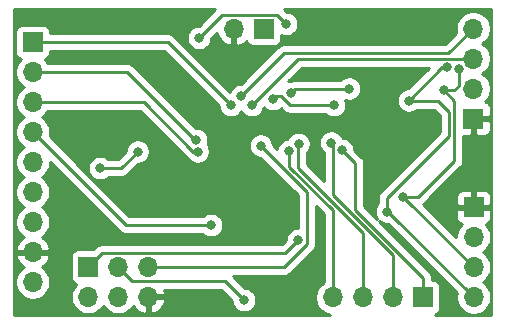
<source format=gbl>
%TF.GenerationSoftware,KiCad,Pcbnew,(5.1.6)-1*%
%TF.CreationDate,2021-02-06T14:44:40-06:00*%
%TF.ProjectId,Arduino_Clone,41726475-696e-46f5-9f43-6c6f6e652e6b,V 1.0*%
%TF.SameCoordinates,Original*%
%TF.FileFunction,Copper,L2,Bot*%
%TF.FilePolarity,Positive*%
%FSLAX46Y46*%
G04 Gerber Fmt 4.6, Leading zero omitted, Abs format (unit mm)*
G04 Created by KiCad (PCBNEW (5.1.6)-1) date 2021-02-06 14:44:40*
%MOMM*%
%LPD*%
G01*
G04 APERTURE LIST*
%TA.AperFunction,ComponentPad*%
%ADD10O,1.700000X1.700000*%
%TD*%
%TA.AperFunction,ComponentPad*%
%ADD11R,1.700000X1.700000*%
%TD*%
%TA.AperFunction,ViaPad*%
%ADD12C,0.800000*%
%TD*%
%TA.AperFunction,Conductor*%
%ADD13C,0.250000*%
%TD*%
%TA.AperFunction,Conductor*%
%ADD14C,0.254000*%
%TD*%
G04 APERTURE END LIST*
D10*
%TO.P,BT1,2*%
%TO.N,GND*%
X117983000Y-74168000D03*
D11*
%TO.P,BT1,1*%
%TO.N,/Vcc*%
X120523000Y-74168000D03*
%TD*%
%TO.P,J1,1*%
%TO.N,/D2*%
X100965000Y-75311000D03*
D10*
%TO.P,J1,2*%
%TO.N,/D3*%
X100965000Y-77851000D03*
%TO.P,J1,3*%
%TO.N,/D4*%
X100965000Y-80391000D03*
%TO.P,J1,4*%
%TO.N,/D5*%
X100965000Y-82931000D03*
%TO.P,J1,5*%
%TO.N,/D6*%
X100965000Y-85471000D03*
%TO.P,J1,6*%
%TO.N,/D7*%
X100965000Y-88011000D03*
%TO.P,J1,7*%
%TO.N,/D8*%
X100965000Y-90551000D03*
%TO.P,J1,8*%
%TO.N,GND*%
X100965000Y-93091000D03*
%TO.P,J1,9*%
%TO.N,/Vcc*%
X100965000Y-95631000D03*
%TD*%
D11*
%TO.P,J2,1*%
%TO.N,GND*%
X138253000Y-81788000D03*
D10*
%TO.P,J2,2*%
%TO.N,/Vcc*%
X138253000Y-79248000D03*
%TO.P,J2,3*%
%TO.N,/RX*%
X138253000Y-76708000D03*
%TO.P,J2,4*%
%TO.N,/TX*%
X138253000Y-74168000D03*
%TD*%
D11*
%TO.P,J3,1*%
%TO.N,/MISO*%
X105664000Y-94341000D03*
D10*
%TO.P,J3,2*%
%TO.N,/Vcc*%
X105664000Y-96881000D03*
%TO.P,J3,3*%
%TO.N,/SCK*%
X108204000Y-94341000D03*
%TO.P,J3,4*%
%TO.N,/MOSI*%
X108204000Y-96881000D03*
%TO.P,J3,5*%
%TO.N,/RESET*%
X110744000Y-94341000D03*
%TO.P,J3,6*%
%TO.N,GND*%
X110744000Y-96881000D03*
%TD*%
%TO.P,J4,4*%
%TO.N,/SCL*%
X138303000Y-96901000D03*
%TO.P,J4,3*%
%TO.N,/SDA*%
X138303000Y-94361000D03*
%TO.P,J4,2*%
%TO.N,/Vcc*%
X138303000Y-91821000D03*
D11*
%TO.P,J4,1*%
%TO.N,GND*%
X138303000Y-89281000D03*
%TD*%
%TO.P,J5,1*%
%TO.N,/A0*%
X133985000Y-96931000D03*
D10*
%TO.P,J5,2*%
%TO.N,/A1*%
X131445000Y-96931000D03*
%TO.P,J5,3*%
%TO.N,/A2*%
X128905000Y-96931000D03*
%TO.P,J5,4*%
%TO.N,/A3*%
X126365000Y-96931000D03*
%TD*%
D12*
%TO.N,Net-(C1-Pad1)*%
X106680000Y-85979000D03*
X109855000Y-84582000D03*
%TO.N,/SCK*%
X118872000Y-97155000D03*
%TO.N,/D2*%
X117729000Y-80645000D03*
%TO.N,/D3*%
X114793579Y-83592048D03*
%TO.N,/D4*%
X114935000Y-84582000D03*
%TO.N,/D5*%
X116078000Y-90805000D03*
%TO.N,/RX*%
X119507000Y-80645000D03*
%TO.N,/TX*%
X118618000Y-79883000D03*
%TO.N,/MISO*%
X123444000Y-92075000D03*
%TO.N,/RESET*%
X115062000Y-74952000D03*
X120269000Y-84074000D03*
X122412000Y-73771000D03*
%TO.N,/SDA*%
X135763000Y-79375000D03*
X137033000Y-77597000D03*
X132334000Y-88392000D03*
X127762000Y-79248000D03*
X122809000Y-79629000D03*
%TO.N,/A0*%
X127139000Y-84455000D03*
%TO.N,/A1*%
X126238000Y-83820000D03*
%TO.N,/A2*%
X123472693Y-83924784D03*
%TO.N,/A3*%
X122682000Y-84537000D03*
%TO.N,/SCL*%
X130937000Y-89662000D03*
X132805236Y-80264000D03*
X136017000Y-77433000D03*
X126489867Y-80645000D03*
X121283381Y-80135708D03*
%TD*%
D13*
%TO.N,Net-(C1-Pad1)*%
X106680000Y-85979000D02*
X108458000Y-85979000D01*
X108458000Y-85979000D02*
X109855000Y-84582000D01*
%TO.N,/SCK*%
X109379001Y-95516001D02*
X117233001Y-95516001D01*
X108204000Y-94341000D02*
X109379001Y-95516001D01*
X117233001Y-95516001D02*
X118872000Y-97155000D01*
%TO.N,/D2*%
X100965000Y-75311000D02*
X112395000Y-75311000D01*
X112395000Y-75311000D02*
X117729000Y-80645000D01*
%TO.N,/D3*%
X114793579Y-83678579D02*
X114793579Y-83592048D01*
X108966000Y-77851000D02*
X114793579Y-83678579D01*
X100965000Y-77851000D02*
X108966000Y-77851000D01*
%TO.N,/D4*%
X100965000Y-80391000D02*
X110363000Y-80391000D01*
X110363000Y-80391000D02*
X114554000Y-84582000D01*
X114554000Y-84582000D02*
X114935000Y-84582000D01*
%TO.N,/D5*%
X100965000Y-82931000D02*
X108839000Y-90805000D01*
X108839000Y-90805000D02*
X116078000Y-90805000D01*
%TO.N,/RX*%
X138253000Y-76708000D02*
X123444000Y-76708000D01*
X123444000Y-76708000D02*
X119507000Y-80645000D01*
%TO.N,/TX*%
X138253000Y-74168000D02*
X136163010Y-76257990D01*
X122243010Y-76257990D02*
X118618000Y-79883000D01*
X136163010Y-76257990D02*
X122243010Y-76257990D01*
%TO.N,/MISO*%
X122353001Y-93165999D02*
X123444000Y-92075000D01*
X106839001Y-93165999D02*
X122353001Y-93165999D01*
X105664000Y-94341000D02*
X106839001Y-93165999D01*
%TO.N,/RESET*%
X124169001Y-87974001D02*
X120269000Y-84074000D01*
X124169001Y-92423001D02*
X124169001Y-87974001D01*
X122251002Y-94341000D02*
X124169001Y-92423001D01*
X110744000Y-94341000D02*
X122251002Y-94341000D01*
X117021001Y-72992999D02*
X115062000Y-74952000D01*
X121633999Y-72992999D02*
X117021001Y-72992999D01*
X122412000Y-73771000D02*
X121633999Y-72992999D01*
%TO.N,/SDA*%
X137033000Y-77597000D02*
X137033000Y-78994000D01*
X136652000Y-79375000D02*
X135763000Y-79375000D01*
X137033000Y-78994000D02*
X136652000Y-79375000D01*
X138303000Y-94361000D02*
X132334000Y-88392000D01*
X132334000Y-88392000D02*
X132334000Y-88392000D01*
X132334000Y-88392000D02*
X133604000Y-88392000D01*
X133604000Y-88392000D02*
X136652000Y-85344000D01*
X136652000Y-80264000D02*
X135763000Y-79375000D01*
X136652000Y-85344000D02*
X136652000Y-80264000D01*
X127762000Y-79248000D02*
X123190000Y-79248000D01*
X123190000Y-79248000D02*
X122809000Y-79629000D01*
%TO.N,/A0*%
X127381000Y-84455000D02*
X127139000Y-84455000D01*
X133985000Y-96931000D02*
X133985000Y-95244360D01*
X133985000Y-95244360D02*
X128270000Y-89529360D01*
X128270000Y-85586000D02*
X127139000Y-84455000D01*
X128270000Y-89529360D02*
X128270000Y-85586000D01*
%TO.N,/A1*%
X131445000Y-96931000D02*
X131445000Y-93340770D01*
X131445000Y-93340770D02*
X129355009Y-91250779D01*
X129355009Y-91250779D02*
X126365000Y-88260770D01*
X126365000Y-88260770D02*
X126365000Y-83947000D01*
X126365000Y-83947000D02*
X126238000Y-83820000D01*
%TO.N,/A2*%
X128905000Y-96931000D02*
X128905000Y-91437180D01*
X128905000Y-91437180D02*
X123444000Y-85976180D01*
X123444000Y-85976180D02*
X123444000Y-83947000D01*
X123444000Y-83947000D02*
X123450477Y-83947000D01*
X123450477Y-83947000D02*
X123472693Y-83924784D01*
%TO.N,/A3*%
X122682000Y-85850590D02*
X122682000Y-84709000D01*
X126365000Y-89533590D02*
X122682000Y-85850590D01*
X122682000Y-84709000D02*
X122682000Y-84537000D01*
X126365000Y-96931000D02*
X126365000Y-89533590D01*
%TO.N,/SCL*%
X138303000Y-96901000D02*
X131064000Y-89662000D01*
X131064000Y-89662000D02*
X130937000Y-89662000D01*
X135255000Y-80264000D02*
X136201990Y-81210990D01*
X136201990Y-81210990D02*
X136201990Y-83254010D01*
X130937000Y-88519000D02*
X130937000Y-89662000D01*
X136201990Y-83254010D02*
X130937000Y-88519000D01*
X122751998Y-80645000D02*
X121989998Y-79883000D01*
X126489867Y-80645000D02*
X122751998Y-80645000D01*
X121989998Y-79883000D02*
X121536089Y-79883000D01*
X121536089Y-79883000D02*
X121283381Y-80135708D01*
X135636236Y-77433000D02*
X136017000Y-77433000D01*
X132805236Y-80264000D02*
X135636236Y-77433000D01*
X135255000Y-80264000D02*
X132805236Y-80264000D01*
%TD*%
D14*
%TO.N,GND*%
G36*
X115022199Y-73917000D02*
G01*
X114960061Y-73917000D01*
X114760102Y-73956774D01*
X114571744Y-74034795D01*
X114402226Y-74148063D01*
X114258063Y-74292226D01*
X114144795Y-74461744D01*
X114066774Y-74650102D01*
X114027000Y-74850061D01*
X114027000Y-75053939D01*
X114066774Y-75253898D01*
X114144795Y-75442256D01*
X114258063Y-75611774D01*
X114402226Y-75755937D01*
X114571744Y-75869205D01*
X114760102Y-75947226D01*
X114960061Y-75987000D01*
X115163939Y-75987000D01*
X115363898Y-75947226D01*
X115552256Y-75869205D01*
X115721774Y-75755937D01*
X115865937Y-75611774D01*
X115979205Y-75442256D01*
X116057226Y-75253898D01*
X116097000Y-75053939D01*
X116097000Y-74991801D01*
X116547382Y-74541419D01*
X116638843Y-74799252D01*
X116787822Y-75049355D01*
X116982731Y-75265588D01*
X117216080Y-75439641D01*
X117478901Y-75564825D01*
X117626110Y-75609476D01*
X117856000Y-75488155D01*
X117856000Y-74295000D01*
X117836000Y-74295000D01*
X117836000Y-74041000D01*
X117856000Y-74041000D01*
X117856000Y-74021000D01*
X118110000Y-74021000D01*
X118110000Y-74041000D01*
X118130000Y-74041000D01*
X118130000Y-74295000D01*
X118110000Y-74295000D01*
X118110000Y-75488155D01*
X118339890Y-75609476D01*
X118487099Y-75564825D01*
X118749920Y-75439641D01*
X118983269Y-75265588D01*
X119059034Y-75181534D01*
X119083498Y-75262180D01*
X119142463Y-75372494D01*
X119221815Y-75469185D01*
X119318506Y-75548537D01*
X119428820Y-75607502D01*
X119548518Y-75643812D01*
X119673000Y-75656072D01*
X121373000Y-75656072D01*
X121497482Y-75643812D01*
X121617180Y-75607502D01*
X121727494Y-75548537D01*
X121824185Y-75469185D01*
X121903537Y-75372494D01*
X121962502Y-75262180D01*
X121998812Y-75142482D01*
X122011072Y-75018000D01*
X122011072Y-74725206D01*
X122110102Y-74766226D01*
X122310061Y-74806000D01*
X122513939Y-74806000D01*
X122713898Y-74766226D01*
X122902256Y-74688205D01*
X123071774Y-74574937D01*
X123215937Y-74430774D01*
X123329205Y-74261256D01*
X123407226Y-74072898D01*
X123447000Y-73872939D01*
X123447000Y-73669061D01*
X123407226Y-73469102D01*
X123329205Y-73280744D01*
X123215937Y-73111226D01*
X123071774Y-72967063D01*
X122902256Y-72853795D01*
X122713898Y-72775774D01*
X122513939Y-72736000D01*
X122451801Y-72736000D01*
X122257801Y-72542000D01*
X139802001Y-72542000D01*
X139802000Y-98400000D01*
X134981938Y-98400000D01*
X135079180Y-98370502D01*
X135189494Y-98311537D01*
X135286185Y-98232185D01*
X135365537Y-98135494D01*
X135424502Y-98025180D01*
X135460812Y-97905482D01*
X135473072Y-97781000D01*
X135473072Y-96081000D01*
X135460812Y-95956518D01*
X135424502Y-95836820D01*
X135365537Y-95726506D01*
X135286185Y-95629815D01*
X135189494Y-95550463D01*
X135079180Y-95491498D01*
X134959482Y-95455188D01*
X134835000Y-95442928D01*
X134745000Y-95442928D01*
X134745000Y-95281693D01*
X134748677Y-95244360D01*
X134734003Y-95095374D01*
X134690546Y-94952113D01*
X134619974Y-94820084D01*
X134548799Y-94733357D01*
X134525001Y-94704359D01*
X134496003Y-94680561D01*
X130289739Y-90474298D01*
X130446744Y-90579205D01*
X130635102Y-90657226D01*
X130835061Y-90697000D01*
X131024199Y-90697000D01*
X136861790Y-96534592D01*
X136818000Y-96754740D01*
X136818000Y-97047260D01*
X136875068Y-97334158D01*
X136987010Y-97604411D01*
X137149525Y-97847632D01*
X137356368Y-98054475D01*
X137599589Y-98216990D01*
X137869842Y-98328932D01*
X138156740Y-98386000D01*
X138449260Y-98386000D01*
X138736158Y-98328932D01*
X139006411Y-98216990D01*
X139249632Y-98054475D01*
X139456475Y-97847632D01*
X139618990Y-97604411D01*
X139730932Y-97334158D01*
X139788000Y-97047260D01*
X139788000Y-96754740D01*
X139730932Y-96467842D01*
X139618990Y-96197589D01*
X139456475Y-95954368D01*
X139249632Y-95747525D01*
X139075240Y-95631000D01*
X139249632Y-95514475D01*
X139456475Y-95307632D01*
X139618990Y-95064411D01*
X139730932Y-94794158D01*
X139788000Y-94507260D01*
X139788000Y-94214740D01*
X139730932Y-93927842D01*
X139618990Y-93657589D01*
X139456475Y-93414368D01*
X139249632Y-93207525D01*
X139075240Y-93091000D01*
X139249632Y-92974475D01*
X139456475Y-92767632D01*
X139618990Y-92524411D01*
X139730932Y-92254158D01*
X139788000Y-91967260D01*
X139788000Y-91674740D01*
X139730932Y-91387842D01*
X139618990Y-91117589D01*
X139456475Y-90874368D01*
X139324620Y-90742513D01*
X139397180Y-90720502D01*
X139507494Y-90661537D01*
X139604185Y-90582185D01*
X139683537Y-90485494D01*
X139742502Y-90375180D01*
X139778812Y-90255482D01*
X139791072Y-90131000D01*
X139788000Y-89566750D01*
X139629250Y-89408000D01*
X138430000Y-89408000D01*
X138430000Y-89428000D01*
X138176000Y-89428000D01*
X138176000Y-89408000D01*
X136976750Y-89408000D01*
X136818000Y-89566750D01*
X136814928Y-90131000D01*
X136827188Y-90255482D01*
X136863498Y-90375180D01*
X136922463Y-90485494D01*
X137001815Y-90582185D01*
X137098506Y-90661537D01*
X137208820Y-90720502D01*
X137281380Y-90742513D01*
X137149525Y-90874368D01*
X136987010Y-91117589D01*
X136875068Y-91387842D01*
X136818000Y-91674740D01*
X136818000Y-91801198D01*
X134036789Y-89019988D01*
X134144001Y-88932001D01*
X134167804Y-88902997D01*
X134639801Y-88431000D01*
X136814928Y-88431000D01*
X136818000Y-88995250D01*
X136976750Y-89154000D01*
X138176000Y-89154000D01*
X138176000Y-87954750D01*
X138430000Y-87954750D01*
X138430000Y-89154000D01*
X139629250Y-89154000D01*
X139788000Y-88995250D01*
X139791072Y-88431000D01*
X139778812Y-88306518D01*
X139742502Y-88186820D01*
X139683537Y-88076506D01*
X139604185Y-87979815D01*
X139507494Y-87900463D01*
X139397180Y-87841498D01*
X139277482Y-87805188D01*
X139153000Y-87792928D01*
X138588750Y-87796000D01*
X138430000Y-87954750D01*
X138176000Y-87954750D01*
X138017250Y-87796000D01*
X137453000Y-87792928D01*
X137328518Y-87805188D01*
X137208820Y-87841498D01*
X137098506Y-87900463D01*
X137001815Y-87979815D01*
X136922463Y-88076506D01*
X136863498Y-88186820D01*
X136827188Y-88306518D01*
X136814928Y-88431000D01*
X134639801Y-88431000D01*
X137163004Y-85907798D01*
X137192001Y-85884001D01*
X137236307Y-85830014D01*
X137286974Y-85768277D01*
X137357546Y-85636247D01*
X137357546Y-85636246D01*
X137401003Y-85492986D01*
X137412000Y-85381333D01*
X137412000Y-85381323D01*
X137415676Y-85344000D01*
X137412000Y-85306677D01*
X137412000Y-83276023D01*
X137967250Y-83273000D01*
X138126000Y-83114250D01*
X138126000Y-81915000D01*
X138380000Y-81915000D01*
X138380000Y-83114250D01*
X138538750Y-83273000D01*
X139103000Y-83276072D01*
X139227482Y-83263812D01*
X139347180Y-83227502D01*
X139457494Y-83168537D01*
X139554185Y-83089185D01*
X139633537Y-82992494D01*
X139692502Y-82882180D01*
X139728812Y-82762482D01*
X139741072Y-82638000D01*
X139738000Y-82073750D01*
X139579250Y-81915000D01*
X138380000Y-81915000D01*
X138126000Y-81915000D01*
X138106000Y-81915000D01*
X138106000Y-81661000D01*
X138126000Y-81661000D01*
X138126000Y-81641000D01*
X138380000Y-81641000D01*
X138380000Y-81661000D01*
X139579250Y-81661000D01*
X139738000Y-81502250D01*
X139741072Y-80938000D01*
X139728812Y-80813518D01*
X139692502Y-80693820D01*
X139633537Y-80583506D01*
X139554185Y-80486815D01*
X139457494Y-80407463D01*
X139347180Y-80348498D01*
X139274620Y-80326487D01*
X139406475Y-80194632D01*
X139568990Y-79951411D01*
X139680932Y-79681158D01*
X139738000Y-79394260D01*
X139738000Y-79101740D01*
X139680932Y-78814842D01*
X139568990Y-78544589D01*
X139406475Y-78301368D01*
X139199632Y-78094525D01*
X139025240Y-77978000D01*
X139199632Y-77861475D01*
X139406475Y-77654632D01*
X139568990Y-77411411D01*
X139680932Y-77141158D01*
X139738000Y-76854260D01*
X139738000Y-76561740D01*
X139680932Y-76274842D01*
X139568990Y-76004589D01*
X139406475Y-75761368D01*
X139199632Y-75554525D01*
X139025240Y-75438000D01*
X139199632Y-75321475D01*
X139406475Y-75114632D01*
X139568990Y-74871411D01*
X139680932Y-74601158D01*
X139738000Y-74314260D01*
X139738000Y-74021740D01*
X139680932Y-73734842D01*
X139568990Y-73464589D01*
X139406475Y-73221368D01*
X139199632Y-73014525D01*
X138956411Y-72852010D01*
X138686158Y-72740068D01*
X138399260Y-72683000D01*
X138106740Y-72683000D01*
X137819842Y-72740068D01*
X137549589Y-72852010D01*
X137306368Y-73014525D01*
X137099525Y-73221368D01*
X136937010Y-73464589D01*
X136825068Y-73734842D01*
X136768000Y-74021740D01*
X136768000Y-74314260D01*
X136811790Y-74534408D01*
X135848209Y-75497990D01*
X122280332Y-75497990D01*
X122243009Y-75494314D01*
X122205686Y-75497990D01*
X122205677Y-75497990D01*
X122094024Y-75508987D01*
X121950763Y-75552444D01*
X121818734Y-75623016D01*
X121703009Y-75717989D01*
X121679211Y-75746987D01*
X118578199Y-78848000D01*
X118516061Y-78848000D01*
X118316102Y-78887774D01*
X118127744Y-78965795D01*
X117958226Y-79079063D01*
X117814063Y-79223226D01*
X117700795Y-79392744D01*
X117657081Y-79498279D01*
X112958804Y-74800003D01*
X112935001Y-74770999D01*
X112819276Y-74676026D01*
X112687247Y-74605454D01*
X112543986Y-74561997D01*
X112432333Y-74551000D01*
X112432322Y-74551000D01*
X112395000Y-74547324D01*
X112357678Y-74551000D01*
X102453072Y-74551000D01*
X102453072Y-74461000D01*
X102440812Y-74336518D01*
X102404502Y-74216820D01*
X102345537Y-74106506D01*
X102266185Y-74009815D01*
X102169494Y-73930463D01*
X102059180Y-73871498D01*
X101939482Y-73835188D01*
X101815000Y-73822928D01*
X100115000Y-73822928D01*
X99990518Y-73835188D01*
X99870820Y-73871498D01*
X99760506Y-73930463D01*
X99663815Y-74009815D01*
X99584463Y-74106506D01*
X99525498Y-74216820D01*
X99489188Y-74336518D01*
X99476928Y-74461000D01*
X99476928Y-76161000D01*
X99489188Y-76285482D01*
X99525498Y-76405180D01*
X99584463Y-76515494D01*
X99663815Y-76612185D01*
X99760506Y-76691537D01*
X99870820Y-76750502D01*
X99943380Y-76772513D01*
X99811525Y-76904368D01*
X99649010Y-77147589D01*
X99537068Y-77417842D01*
X99480000Y-77704740D01*
X99480000Y-77997260D01*
X99537068Y-78284158D01*
X99649010Y-78554411D01*
X99811525Y-78797632D01*
X100018368Y-79004475D01*
X100192760Y-79121000D01*
X100018368Y-79237525D01*
X99811525Y-79444368D01*
X99649010Y-79687589D01*
X99537068Y-79957842D01*
X99480000Y-80244740D01*
X99480000Y-80537260D01*
X99537068Y-80824158D01*
X99649010Y-81094411D01*
X99811525Y-81337632D01*
X100018368Y-81544475D01*
X100192760Y-81661000D01*
X100018368Y-81777525D01*
X99811525Y-81984368D01*
X99649010Y-82227589D01*
X99537068Y-82497842D01*
X99480000Y-82784740D01*
X99480000Y-83077260D01*
X99537068Y-83364158D01*
X99649010Y-83634411D01*
X99811525Y-83877632D01*
X100018368Y-84084475D01*
X100192760Y-84201000D01*
X100018368Y-84317525D01*
X99811525Y-84524368D01*
X99649010Y-84767589D01*
X99537068Y-85037842D01*
X99480000Y-85324740D01*
X99480000Y-85617260D01*
X99537068Y-85904158D01*
X99649010Y-86174411D01*
X99811525Y-86417632D01*
X100018368Y-86624475D01*
X100192760Y-86741000D01*
X100018368Y-86857525D01*
X99811525Y-87064368D01*
X99649010Y-87307589D01*
X99537068Y-87577842D01*
X99480000Y-87864740D01*
X99480000Y-88157260D01*
X99537068Y-88444158D01*
X99649010Y-88714411D01*
X99811525Y-88957632D01*
X100018368Y-89164475D01*
X100192760Y-89281000D01*
X100018368Y-89397525D01*
X99811525Y-89604368D01*
X99649010Y-89847589D01*
X99537068Y-90117842D01*
X99480000Y-90404740D01*
X99480000Y-90697260D01*
X99537068Y-90984158D01*
X99649010Y-91254411D01*
X99811525Y-91497632D01*
X100018368Y-91704475D01*
X100200534Y-91826195D01*
X100083645Y-91895822D01*
X99867412Y-92090731D01*
X99693359Y-92324080D01*
X99568175Y-92586901D01*
X99523524Y-92734110D01*
X99644845Y-92964000D01*
X100838000Y-92964000D01*
X100838000Y-92944000D01*
X101092000Y-92944000D01*
X101092000Y-92964000D01*
X102285155Y-92964000D01*
X102406476Y-92734110D01*
X102361825Y-92586901D01*
X102236641Y-92324080D01*
X102062588Y-92090731D01*
X101846355Y-91895822D01*
X101729466Y-91826195D01*
X101911632Y-91704475D01*
X102118475Y-91497632D01*
X102280990Y-91254411D01*
X102392932Y-90984158D01*
X102450000Y-90697260D01*
X102450000Y-90404740D01*
X102392932Y-90117842D01*
X102280990Y-89847589D01*
X102118475Y-89604368D01*
X101911632Y-89397525D01*
X101737240Y-89281000D01*
X101911632Y-89164475D01*
X102118475Y-88957632D01*
X102280990Y-88714411D01*
X102392932Y-88444158D01*
X102450000Y-88157260D01*
X102450000Y-87864740D01*
X102392932Y-87577842D01*
X102280990Y-87307589D01*
X102118475Y-87064368D01*
X101911632Y-86857525D01*
X101737240Y-86741000D01*
X101911632Y-86624475D01*
X102118475Y-86417632D01*
X102280990Y-86174411D01*
X102392932Y-85904158D01*
X102450000Y-85617260D01*
X102450000Y-85490801D01*
X108275201Y-91316003D01*
X108298999Y-91345001D01*
X108327997Y-91368799D01*
X108414724Y-91439974D01*
X108546753Y-91510546D01*
X108690014Y-91554003D01*
X108839000Y-91568677D01*
X108876333Y-91565000D01*
X115374289Y-91565000D01*
X115418226Y-91608937D01*
X115587744Y-91722205D01*
X115776102Y-91800226D01*
X115976061Y-91840000D01*
X116179939Y-91840000D01*
X116379898Y-91800226D01*
X116568256Y-91722205D01*
X116737774Y-91608937D01*
X116881937Y-91464774D01*
X116995205Y-91295256D01*
X117073226Y-91106898D01*
X117113000Y-90906939D01*
X117113000Y-90703061D01*
X117073226Y-90503102D01*
X116995205Y-90314744D01*
X116881937Y-90145226D01*
X116737774Y-90001063D01*
X116568256Y-89887795D01*
X116379898Y-89809774D01*
X116179939Y-89770000D01*
X115976061Y-89770000D01*
X115776102Y-89809774D01*
X115587744Y-89887795D01*
X115418226Y-90001063D01*
X115374289Y-90045000D01*
X109153802Y-90045000D01*
X104985863Y-85877061D01*
X105645000Y-85877061D01*
X105645000Y-86080939D01*
X105684774Y-86280898D01*
X105762795Y-86469256D01*
X105876063Y-86638774D01*
X106020226Y-86782937D01*
X106189744Y-86896205D01*
X106378102Y-86974226D01*
X106578061Y-87014000D01*
X106781939Y-87014000D01*
X106981898Y-86974226D01*
X107170256Y-86896205D01*
X107339774Y-86782937D01*
X107383711Y-86739000D01*
X108420678Y-86739000D01*
X108458000Y-86742676D01*
X108495322Y-86739000D01*
X108495333Y-86739000D01*
X108606986Y-86728003D01*
X108750247Y-86684546D01*
X108882276Y-86613974D01*
X108998001Y-86519001D01*
X109021804Y-86489997D01*
X109894802Y-85617000D01*
X109956939Y-85617000D01*
X110156898Y-85577226D01*
X110345256Y-85499205D01*
X110514774Y-85385937D01*
X110658937Y-85241774D01*
X110772205Y-85072256D01*
X110850226Y-84883898D01*
X110890000Y-84683939D01*
X110890000Y-84480061D01*
X110850226Y-84280102D01*
X110772205Y-84091744D01*
X110658937Y-83922226D01*
X110514774Y-83778063D01*
X110345256Y-83664795D01*
X110156898Y-83586774D01*
X109956939Y-83547000D01*
X109753061Y-83547000D01*
X109553102Y-83586774D01*
X109364744Y-83664795D01*
X109195226Y-83778063D01*
X109051063Y-83922226D01*
X108937795Y-84091744D01*
X108859774Y-84280102D01*
X108820000Y-84480061D01*
X108820000Y-84542198D01*
X108143199Y-85219000D01*
X107383711Y-85219000D01*
X107339774Y-85175063D01*
X107170256Y-85061795D01*
X106981898Y-84983774D01*
X106781939Y-84944000D01*
X106578061Y-84944000D01*
X106378102Y-84983774D01*
X106189744Y-85061795D01*
X106020226Y-85175063D01*
X105876063Y-85319226D01*
X105762795Y-85488744D01*
X105684774Y-85677102D01*
X105645000Y-85877061D01*
X104985863Y-85877061D01*
X102406209Y-83297408D01*
X102450000Y-83077260D01*
X102450000Y-82784740D01*
X102392932Y-82497842D01*
X102280990Y-82227589D01*
X102118475Y-81984368D01*
X101911632Y-81777525D01*
X101737240Y-81661000D01*
X101911632Y-81544475D01*
X102118475Y-81337632D01*
X102243178Y-81151000D01*
X110048199Y-81151000D01*
X113990201Y-85093003D01*
X114013999Y-85122001D01*
X114042997Y-85145799D01*
X114095999Y-85189297D01*
X114131063Y-85241774D01*
X114275226Y-85385937D01*
X114444744Y-85499205D01*
X114633102Y-85577226D01*
X114833061Y-85617000D01*
X115036939Y-85617000D01*
X115236898Y-85577226D01*
X115425256Y-85499205D01*
X115594774Y-85385937D01*
X115738937Y-85241774D01*
X115852205Y-85072256D01*
X115930226Y-84883898D01*
X115970000Y-84683939D01*
X115970000Y-84480061D01*
X115930226Y-84280102D01*
X115852205Y-84091744D01*
X115762490Y-83957476D01*
X115788805Y-83893946D01*
X115828579Y-83693987D01*
X115828579Y-83490109D01*
X115788805Y-83290150D01*
X115710784Y-83101792D01*
X115597516Y-82932274D01*
X115453353Y-82788111D01*
X115283835Y-82674843D01*
X115095477Y-82596822D01*
X114895518Y-82557048D01*
X114746850Y-82557048D01*
X109529804Y-77340003D01*
X109506001Y-77310999D01*
X109390276Y-77216026D01*
X109258247Y-77145454D01*
X109114986Y-77101997D01*
X109003333Y-77091000D01*
X109003322Y-77091000D01*
X108966000Y-77087324D01*
X108928678Y-77091000D01*
X102243178Y-77091000D01*
X102118475Y-76904368D01*
X101986620Y-76772513D01*
X102059180Y-76750502D01*
X102169494Y-76691537D01*
X102266185Y-76612185D01*
X102345537Y-76515494D01*
X102404502Y-76405180D01*
X102440812Y-76285482D01*
X102453072Y-76161000D01*
X102453072Y-76071000D01*
X112080199Y-76071000D01*
X116694000Y-80684802D01*
X116694000Y-80746939D01*
X116733774Y-80946898D01*
X116811795Y-81135256D01*
X116925063Y-81304774D01*
X117069226Y-81448937D01*
X117238744Y-81562205D01*
X117427102Y-81640226D01*
X117627061Y-81680000D01*
X117830939Y-81680000D01*
X118030898Y-81640226D01*
X118219256Y-81562205D01*
X118388774Y-81448937D01*
X118532937Y-81304774D01*
X118618000Y-81177468D01*
X118703063Y-81304774D01*
X118847226Y-81448937D01*
X119016744Y-81562205D01*
X119205102Y-81640226D01*
X119405061Y-81680000D01*
X119608939Y-81680000D01*
X119808898Y-81640226D01*
X119997256Y-81562205D01*
X120166774Y-81448937D01*
X120310937Y-81304774D01*
X120424205Y-81135256D01*
X120502226Y-80946898D01*
X120523568Y-80839606D01*
X120623607Y-80939645D01*
X120793125Y-81052913D01*
X120981483Y-81130934D01*
X121181442Y-81170708D01*
X121385320Y-81170708D01*
X121585279Y-81130934D01*
X121773637Y-81052913D01*
X121943155Y-80939645D01*
X121957498Y-80925302D01*
X122188199Y-81156002D01*
X122211997Y-81185001D01*
X122327722Y-81279974D01*
X122459751Y-81350546D01*
X122603012Y-81394003D01*
X122714665Y-81405000D01*
X122714673Y-81405000D01*
X122751998Y-81408676D01*
X122789323Y-81405000D01*
X125786156Y-81405000D01*
X125830093Y-81448937D01*
X125999611Y-81562205D01*
X126187969Y-81640226D01*
X126387928Y-81680000D01*
X126591806Y-81680000D01*
X126791765Y-81640226D01*
X126980123Y-81562205D01*
X127149641Y-81448937D01*
X127293804Y-81304774D01*
X127407072Y-81135256D01*
X127485093Y-80946898D01*
X127524867Y-80746939D01*
X127524867Y-80543061D01*
X127485093Y-80343102D01*
X127440330Y-80235036D01*
X127460102Y-80243226D01*
X127660061Y-80283000D01*
X127863939Y-80283000D01*
X128063898Y-80243226D01*
X128252256Y-80165205D01*
X128421774Y-80051937D01*
X128565937Y-79907774D01*
X128679205Y-79738256D01*
X128757226Y-79549898D01*
X128797000Y-79349939D01*
X128797000Y-79146061D01*
X128757226Y-78946102D01*
X128679205Y-78757744D01*
X128565937Y-78588226D01*
X128421774Y-78444063D01*
X128252256Y-78330795D01*
X128063898Y-78252774D01*
X127863939Y-78213000D01*
X127660061Y-78213000D01*
X127460102Y-78252774D01*
X127271744Y-78330795D01*
X127102226Y-78444063D01*
X127058289Y-78488000D01*
X123227322Y-78488000D01*
X123189999Y-78484324D01*
X123152676Y-78488000D01*
X123152667Y-78488000D01*
X123041014Y-78498997D01*
X122897753Y-78542454D01*
X122801319Y-78594000D01*
X122707061Y-78594000D01*
X122614363Y-78612439D01*
X123758802Y-77468000D01*
X134526434Y-77468000D01*
X132765435Y-79229000D01*
X132703297Y-79229000D01*
X132503338Y-79268774D01*
X132314980Y-79346795D01*
X132145462Y-79460063D01*
X132001299Y-79604226D01*
X131888031Y-79773744D01*
X131810010Y-79962102D01*
X131770236Y-80162061D01*
X131770236Y-80365939D01*
X131810010Y-80565898D01*
X131888031Y-80754256D01*
X132001299Y-80923774D01*
X132145462Y-81067937D01*
X132314980Y-81181205D01*
X132503338Y-81259226D01*
X132703297Y-81299000D01*
X132907175Y-81299000D01*
X133107134Y-81259226D01*
X133295492Y-81181205D01*
X133465010Y-81067937D01*
X133508947Y-81024000D01*
X134940199Y-81024000D01*
X135441990Y-81525792D01*
X135441991Y-82939207D01*
X130426003Y-87955196D01*
X130396999Y-87978999D01*
X130341871Y-88046174D01*
X130302026Y-88094724D01*
X130292907Y-88111785D01*
X130231454Y-88226754D01*
X130187997Y-88370015D01*
X130177000Y-88481668D01*
X130177000Y-88481678D01*
X130173324Y-88519000D01*
X130177000Y-88556323D01*
X130177000Y-88958289D01*
X130133063Y-89002226D01*
X130019795Y-89171744D01*
X129941774Y-89360102D01*
X129902000Y-89560061D01*
X129902000Y-89763939D01*
X129941774Y-89963898D01*
X130019795Y-90152256D01*
X130124702Y-90309261D01*
X129030000Y-89214559D01*
X129030000Y-85623333D01*
X129033677Y-85586000D01*
X129019003Y-85437014D01*
X128975546Y-85293753D01*
X128904974Y-85161724D01*
X128833799Y-85074997D01*
X128810001Y-85045999D01*
X128781003Y-85022201D01*
X128174000Y-84415199D01*
X128174000Y-84353061D01*
X128134226Y-84153102D01*
X128056205Y-83964744D01*
X127942937Y-83795226D01*
X127798774Y-83651063D01*
X127629256Y-83537795D01*
X127440898Y-83459774D01*
X127240939Y-83420000D01*
X127192591Y-83420000D01*
X127155205Y-83329744D01*
X127041937Y-83160226D01*
X126897774Y-83016063D01*
X126728256Y-82902795D01*
X126539898Y-82824774D01*
X126339939Y-82785000D01*
X126136061Y-82785000D01*
X125936102Y-82824774D01*
X125747744Y-82902795D01*
X125578226Y-83016063D01*
X125434063Y-83160226D01*
X125320795Y-83329744D01*
X125242774Y-83518102D01*
X125203000Y-83718061D01*
X125203000Y-83921939D01*
X125242774Y-84121898D01*
X125320795Y-84310256D01*
X125434063Y-84479774D01*
X125578226Y-84623937D01*
X125605001Y-84641827D01*
X125605000Y-87062379D01*
X124204000Y-85661379D01*
X124204000Y-84657188D01*
X124276630Y-84584558D01*
X124389898Y-84415040D01*
X124467919Y-84226682D01*
X124507693Y-84026723D01*
X124507693Y-83822845D01*
X124467919Y-83622886D01*
X124389898Y-83434528D01*
X124276630Y-83265010D01*
X124132467Y-83120847D01*
X123962949Y-83007579D01*
X123774591Y-82929558D01*
X123574632Y-82889784D01*
X123370754Y-82889784D01*
X123170795Y-82929558D01*
X122982437Y-83007579D01*
X122812919Y-83120847D01*
X122668756Y-83265010D01*
X122555488Y-83434528D01*
X122522824Y-83513385D01*
X122380102Y-83541774D01*
X122191744Y-83619795D01*
X122022226Y-83733063D01*
X121878063Y-83877226D01*
X121764795Y-84046744D01*
X121686774Y-84235102D01*
X121656600Y-84386799D01*
X121304000Y-84034199D01*
X121304000Y-83972061D01*
X121264226Y-83772102D01*
X121186205Y-83583744D01*
X121072937Y-83414226D01*
X120928774Y-83270063D01*
X120759256Y-83156795D01*
X120570898Y-83078774D01*
X120370939Y-83039000D01*
X120167061Y-83039000D01*
X119967102Y-83078774D01*
X119778744Y-83156795D01*
X119609226Y-83270063D01*
X119465063Y-83414226D01*
X119351795Y-83583744D01*
X119273774Y-83772102D01*
X119234000Y-83972061D01*
X119234000Y-84175939D01*
X119273774Y-84375898D01*
X119351795Y-84564256D01*
X119465063Y-84733774D01*
X119609226Y-84877937D01*
X119778744Y-84991205D01*
X119967102Y-85069226D01*
X120167061Y-85109000D01*
X120229199Y-85109000D01*
X123409002Y-88288804D01*
X123409001Y-91040000D01*
X123342061Y-91040000D01*
X123142102Y-91079774D01*
X122953744Y-91157795D01*
X122784226Y-91271063D01*
X122640063Y-91415226D01*
X122526795Y-91584744D01*
X122448774Y-91773102D01*
X122409000Y-91973061D01*
X122409000Y-92035198D01*
X122038200Y-92405999D01*
X106876323Y-92405999D01*
X106839000Y-92402323D01*
X106801677Y-92405999D01*
X106801668Y-92405999D01*
X106690015Y-92416996D01*
X106546754Y-92460453D01*
X106414725Y-92531025D01*
X106299000Y-92625998D01*
X106275202Y-92654996D01*
X106077270Y-92852928D01*
X104814000Y-92852928D01*
X104689518Y-92865188D01*
X104569820Y-92901498D01*
X104459506Y-92960463D01*
X104362815Y-93039815D01*
X104283463Y-93136506D01*
X104224498Y-93246820D01*
X104188188Y-93366518D01*
X104175928Y-93491000D01*
X104175928Y-95191000D01*
X104188188Y-95315482D01*
X104224498Y-95435180D01*
X104283463Y-95545494D01*
X104362815Y-95642185D01*
X104459506Y-95721537D01*
X104569820Y-95780502D01*
X104642380Y-95802513D01*
X104510525Y-95934368D01*
X104348010Y-96177589D01*
X104236068Y-96447842D01*
X104179000Y-96734740D01*
X104179000Y-97027260D01*
X104236068Y-97314158D01*
X104348010Y-97584411D01*
X104510525Y-97827632D01*
X104717368Y-98034475D01*
X104960589Y-98196990D01*
X105230842Y-98308932D01*
X105517740Y-98366000D01*
X105810260Y-98366000D01*
X106097158Y-98308932D01*
X106367411Y-98196990D01*
X106610632Y-98034475D01*
X106817475Y-97827632D01*
X106934000Y-97653240D01*
X107050525Y-97827632D01*
X107257368Y-98034475D01*
X107500589Y-98196990D01*
X107770842Y-98308932D01*
X108057740Y-98366000D01*
X108350260Y-98366000D01*
X108637158Y-98308932D01*
X108907411Y-98196990D01*
X109150632Y-98034475D01*
X109357475Y-97827632D01*
X109479195Y-97645466D01*
X109548822Y-97762355D01*
X109743731Y-97978588D01*
X109977080Y-98152641D01*
X110239901Y-98277825D01*
X110387110Y-98322476D01*
X110617000Y-98201155D01*
X110617000Y-97008000D01*
X110871000Y-97008000D01*
X110871000Y-98201155D01*
X111100890Y-98322476D01*
X111248099Y-98277825D01*
X111510920Y-98152641D01*
X111744269Y-97978588D01*
X111939178Y-97762355D01*
X112088157Y-97512252D01*
X112185481Y-97237891D01*
X112064814Y-97008000D01*
X110871000Y-97008000D01*
X110617000Y-97008000D01*
X110597000Y-97008000D01*
X110597000Y-96754000D01*
X110617000Y-96754000D01*
X110617000Y-96734000D01*
X110871000Y-96734000D01*
X110871000Y-96754000D01*
X112064814Y-96754000D01*
X112185481Y-96524109D01*
X112097470Y-96276001D01*
X116918200Y-96276001D01*
X117837000Y-97194802D01*
X117837000Y-97256939D01*
X117876774Y-97456898D01*
X117954795Y-97645256D01*
X118068063Y-97814774D01*
X118212226Y-97958937D01*
X118381744Y-98072205D01*
X118570102Y-98150226D01*
X118770061Y-98190000D01*
X118973939Y-98190000D01*
X119173898Y-98150226D01*
X119362256Y-98072205D01*
X119531774Y-97958937D01*
X119675937Y-97814774D01*
X119789205Y-97645256D01*
X119867226Y-97456898D01*
X119907000Y-97256939D01*
X119907000Y-97053061D01*
X119867226Y-96853102D01*
X119789205Y-96664744D01*
X119675937Y-96495226D01*
X119531774Y-96351063D01*
X119362256Y-96237795D01*
X119173898Y-96159774D01*
X118973939Y-96120000D01*
X118911802Y-96120000D01*
X117892801Y-95101000D01*
X122213680Y-95101000D01*
X122251002Y-95104676D01*
X122288324Y-95101000D01*
X122288335Y-95101000D01*
X122399988Y-95090003D01*
X122543249Y-95046546D01*
X122675278Y-94975974D01*
X122791003Y-94881001D01*
X122814806Y-94851997D01*
X124680005Y-92986799D01*
X124709002Y-92963002D01*
X124803975Y-92847277D01*
X124874547Y-92715248D01*
X124918004Y-92571987D01*
X124929001Y-92460334D01*
X124929001Y-92460325D01*
X124932677Y-92423002D01*
X124929001Y-92385679D01*
X124929001Y-89172393D01*
X125605001Y-89848393D01*
X125605000Y-95652821D01*
X125418368Y-95777525D01*
X125211525Y-95984368D01*
X125049010Y-96227589D01*
X124937068Y-96497842D01*
X124880000Y-96784740D01*
X124880000Y-97077260D01*
X124937068Y-97364158D01*
X125049010Y-97634411D01*
X125211525Y-97877632D01*
X125418368Y-98084475D01*
X125661589Y-98246990D01*
X125931842Y-98358932D01*
X126138303Y-98400000D01*
X99339000Y-98400000D01*
X99339000Y-95484740D01*
X99480000Y-95484740D01*
X99480000Y-95777260D01*
X99537068Y-96064158D01*
X99649010Y-96334411D01*
X99811525Y-96577632D01*
X100018368Y-96784475D01*
X100261589Y-96946990D01*
X100531842Y-97058932D01*
X100818740Y-97116000D01*
X101111260Y-97116000D01*
X101398158Y-97058932D01*
X101668411Y-96946990D01*
X101911632Y-96784475D01*
X102118475Y-96577632D01*
X102280990Y-96334411D01*
X102392932Y-96064158D01*
X102450000Y-95777260D01*
X102450000Y-95484740D01*
X102392932Y-95197842D01*
X102280990Y-94927589D01*
X102118475Y-94684368D01*
X101911632Y-94477525D01*
X101729466Y-94355805D01*
X101846355Y-94286178D01*
X102062588Y-94091269D01*
X102236641Y-93857920D01*
X102361825Y-93595099D01*
X102406476Y-93447890D01*
X102285155Y-93218000D01*
X101092000Y-93218000D01*
X101092000Y-93238000D01*
X100838000Y-93238000D01*
X100838000Y-93218000D01*
X99644845Y-93218000D01*
X99523524Y-93447890D01*
X99568175Y-93595099D01*
X99693359Y-93857920D01*
X99867412Y-94091269D01*
X100083645Y-94286178D01*
X100200534Y-94355805D01*
X100018368Y-94477525D01*
X99811525Y-94684368D01*
X99649010Y-94927589D01*
X99537068Y-95197842D01*
X99480000Y-95484740D01*
X99339000Y-95484740D01*
X99339000Y-72542000D01*
X116397198Y-72542000D01*
X115022199Y-73917000D01*
G37*
X115022199Y-73917000D02*
X114960061Y-73917000D01*
X114760102Y-73956774D01*
X114571744Y-74034795D01*
X114402226Y-74148063D01*
X114258063Y-74292226D01*
X114144795Y-74461744D01*
X114066774Y-74650102D01*
X114027000Y-74850061D01*
X114027000Y-75053939D01*
X114066774Y-75253898D01*
X114144795Y-75442256D01*
X114258063Y-75611774D01*
X114402226Y-75755937D01*
X114571744Y-75869205D01*
X114760102Y-75947226D01*
X114960061Y-75987000D01*
X115163939Y-75987000D01*
X115363898Y-75947226D01*
X115552256Y-75869205D01*
X115721774Y-75755937D01*
X115865937Y-75611774D01*
X115979205Y-75442256D01*
X116057226Y-75253898D01*
X116097000Y-75053939D01*
X116097000Y-74991801D01*
X116547382Y-74541419D01*
X116638843Y-74799252D01*
X116787822Y-75049355D01*
X116982731Y-75265588D01*
X117216080Y-75439641D01*
X117478901Y-75564825D01*
X117626110Y-75609476D01*
X117856000Y-75488155D01*
X117856000Y-74295000D01*
X117836000Y-74295000D01*
X117836000Y-74041000D01*
X117856000Y-74041000D01*
X117856000Y-74021000D01*
X118110000Y-74021000D01*
X118110000Y-74041000D01*
X118130000Y-74041000D01*
X118130000Y-74295000D01*
X118110000Y-74295000D01*
X118110000Y-75488155D01*
X118339890Y-75609476D01*
X118487099Y-75564825D01*
X118749920Y-75439641D01*
X118983269Y-75265588D01*
X119059034Y-75181534D01*
X119083498Y-75262180D01*
X119142463Y-75372494D01*
X119221815Y-75469185D01*
X119318506Y-75548537D01*
X119428820Y-75607502D01*
X119548518Y-75643812D01*
X119673000Y-75656072D01*
X121373000Y-75656072D01*
X121497482Y-75643812D01*
X121617180Y-75607502D01*
X121727494Y-75548537D01*
X121824185Y-75469185D01*
X121903537Y-75372494D01*
X121962502Y-75262180D01*
X121998812Y-75142482D01*
X122011072Y-75018000D01*
X122011072Y-74725206D01*
X122110102Y-74766226D01*
X122310061Y-74806000D01*
X122513939Y-74806000D01*
X122713898Y-74766226D01*
X122902256Y-74688205D01*
X123071774Y-74574937D01*
X123215937Y-74430774D01*
X123329205Y-74261256D01*
X123407226Y-74072898D01*
X123447000Y-73872939D01*
X123447000Y-73669061D01*
X123407226Y-73469102D01*
X123329205Y-73280744D01*
X123215937Y-73111226D01*
X123071774Y-72967063D01*
X122902256Y-72853795D01*
X122713898Y-72775774D01*
X122513939Y-72736000D01*
X122451801Y-72736000D01*
X122257801Y-72542000D01*
X139802001Y-72542000D01*
X139802000Y-98400000D01*
X134981938Y-98400000D01*
X135079180Y-98370502D01*
X135189494Y-98311537D01*
X135286185Y-98232185D01*
X135365537Y-98135494D01*
X135424502Y-98025180D01*
X135460812Y-97905482D01*
X135473072Y-97781000D01*
X135473072Y-96081000D01*
X135460812Y-95956518D01*
X135424502Y-95836820D01*
X135365537Y-95726506D01*
X135286185Y-95629815D01*
X135189494Y-95550463D01*
X135079180Y-95491498D01*
X134959482Y-95455188D01*
X134835000Y-95442928D01*
X134745000Y-95442928D01*
X134745000Y-95281693D01*
X134748677Y-95244360D01*
X134734003Y-95095374D01*
X134690546Y-94952113D01*
X134619974Y-94820084D01*
X134548799Y-94733357D01*
X134525001Y-94704359D01*
X134496003Y-94680561D01*
X130289739Y-90474298D01*
X130446744Y-90579205D01*
X130635102Y-90657226D01*
X130835061Y-90697000D01*
X131024199Y-90697000D01*
X136861790Y-96534592D01*
X136818000Y-96754740D01*
X136818000Y-97047260D01*
X136875068Y-97334158D01*
X136987010Y-97604411D01*
X137149525Y-97847632D01*
X137356368Y-98054475D01*
X137599589Y-98216990D01*
X137869842Y-98328932D01*
X138156740Y-98386000D01*
X138449260Y-98386000D01*
X138736158Y-98328932D01*
X139006411Y-98216990D01*
X139249632Y-98054475D01*
X139456475Y-97847632D01*
X139618990Y-97604411D01*
X139730932Y-97334158D01*
X139788000Y-97047260D01*
X139788000Y-96754740D01*
X139730932Y-96467842D01*
X139618990Y-96197589D01*
X139456475Y-95954368D01*
X139249632Y-95747525D01*
X139075240Y-95631000D01*
X139249632Y-95514475D01*
X139456475Y-95307632D01*
X139618990Y-95064411D01*
X139730932Y-94794158D01*
X139788000Y-94507260D01*
X139788000Y-94214740D01*
X139730932Y-93927842D01*
X139618990Y-93657589D01*
X139456475Y-93414368D01*
X139249632Y-93207525D01*
X139075240Y-93091000D01*
X139249632Y-92974475D01*
X139456475Y-92767632D01*
X139618990Y-92524411D01*
X139730932Y-92254158D01*
X139788000Y-91967260D01*
X139788000Y-91674740D01*
X139730932Y-91387842D01*
X139618990Y-91117589D01*
X139456475Y-90874368D01*
X139324620Y-90742513D01*
X139397180Y-90720502D01*
X139507494Y-90661537D01*
X139604185Y-90582185D01*
X139683537Y-90485494D01*
X139742502Y-90375180D01*
X139778812Y-90255482D01*
X139791072Y-90131000D01*
X139788000Y-89566750D01*
X139629250Y-89408000D01*
X138430000Y-89408000D01*
X138430000Y-89428000D01*
X138176000Y-89428000D01*
X138176000Y-89408000D01*
X136976750Y-89408000D01*
X136818000Y-89566750D01*
X136814928Y-90131000D01*
X136827188Y-90255482D01*
X136863498Y-90375180D01*
X136922463Y-90485494D01*
X137001815Y-90582185D01*
X137098506Y-90661537D01*
X137208820Y-90720502D01*
X137281380Y-90742513D01*
X137149525Y-90874368D01*
X136987010Y-91117589D01*
X136875068Y-91387842D01*
X136818000Y-91674740D01*
X136818000Y-91801198D01*
X134036789Y-89019988D01*
X134144001Y-88932001D01*
X134167804Y-88902997D01*
X134639801Y-88431000D01*
X136814928Y-88431000D01*
X136818000Y-88995250D01*
X136976750Y-89154000D01*
X138176000Y-89154000D01*
X138176000Y-87954750D01*
X138430000Y-87954750D01*
X138430000Y-89154000D01*
X139629250Y-89154000D01*
X139788000Y-88995250D01*
X139791072Y-88431000D01*
X139778812Y-88306518D01*
X139742502Y-88186820D01*
X139683537Y-88076506D01*
X139604185Y-87979815D01*
X139507494Y-87900463D01*
X139397180Y-87841498D01*
X139277482Y-87805188D01*
X139153000Y-87792928D01*
X138588750Y-87796000D01*
X138430000Y-87954750D01*
X138176000Y-87954750D01*
X138017250Y-87796000D01*
X137453000Y-87792928D01*
X137328518Y-87805188D01*
X137208820Y-87841498D01*
X137098506Y-87900463D01*
X137001815Y-87979815D01*
X136922463Y-88076506D01*
X136863498Y-88186820D01*
X136827188Y-88306518D01*
X136814928Y-88431000D01*
X134639801Y-88431000D01*
X137163004Y-85907798D01*
X137192001Y-85884001D01*
X137236307Y-85830014D01*
X137286974Y-85768277D01*
X137357546Y-85636247D01*
X137357546Y-85636246D01*
X137401003Y-85492986D01*
X137412000Y-85381333D01*
X137412000Y-85381323D01*
X137415676Y-85344000D01*
X137412000Y-85306677D01*
X137412000Y-83276023D01*
X137967250Y-83273000D01*
X138126000Y-83114250D01*
X138126000Y-81915000D01*
X138380000Y-81915000D01*
X138380000Y-83114250D01*
X138538750Y-83273000D01*
X139103000Y-83276072D01*
X139227482Y-83263812D01*
X139347180Y-83227502D01*
X139457494Y-83168537D01*
X139554185Y-83089185D01*
X139633537Y-82992494D01*
X139692502Y-82882180D01*
X139728812Y-82762482D01*
X139741072Y-82638000D01*
X139738000Y-82073750D01*
X139579250Y-81915000D01*
X138380000Y-81915000D01*
X138126000Y-81915000D01*
X138106000Y-81915000D01*
X138106000Y-81661000D01*
X138126000Y-81661000D01*
X138126000Y-81641000D01*
X138380000Y-81641000D01*
X138380000Y-81661000D01*
X139579250Y-81661000D01*
X139738000Y-81502250D01*
X139741072Y-80938000D01*
X139728812Y-80813518D01*
X139692502Y-80693820D01*
X139633537Y-80583506D01*
X139554185Y-80486815D01*
X139457494Y-80407463D01*
X139347180Y-80348498D01*
X139274620Y-80326487D01*
X139406475Y-80194632D01*
X139568990Y-79951411D01*
X139680932Y-79681158D01*
X139738000Y-79394260D01*
X139738000Y-79101740D01*
X139680932Y-78814842D01*
X139568990Y-78544589D01*
X139406475Y-78301368D01*
X139199632Y-78094525D01*
X139025240Y-77978000D01*
X139199632Y-77861475D01*
X139406475Y-77654632D01*
X139568990Y-77411411D01*
X139680932Y-77141158D01*
X139738000Y-76854260D01*
X139738000Y-76561740D01*
X139680932Y-76274842D01*
X139568990Y-76004589D01*
X139406475Y-75761368D01*
X139199632Y-75554525D01*
X139025240Y-75438000D01*
X139199632Y-75321475D01*
X139406475Y-75114632D01*
X139568990Y-74871411D01*
X139680932Y-74601158D01*
X139738000Y-74314260D01*
X139738000Y-74021740D01*
X139680932Y-73734842D01*
X139568990Y-73464589D01*
X139406475Y-73221368D01*
X139199632Y-73014525D01*
X138956411Y-72852010D01*
X138686158Y-72740068D01*
X138399260Y-72683000D01*
X138106740Y-72683000D01*
X137819842Y-72740068D01*
X137549589Y-72852010D01*
X137306368Y-73014525D01*
X137099525Y-73221368D01*
X136937010Y-73464589D01*
X136825068Y-73734842D01*
X136768000Y-74021740D01*
X136768000Y-74314260D01*
X136811790Y-74534408D01*
X135848209Y-75497990D01*
X122280332Y-75497990D01*
X122243009Y-75494314D01*
X122205686Y-75497990D01*
X122205677Y-75497990D01*
X122094024Y-75508987D01*
X121950763Y-75552444D01*
X121818734Y-75623016D01*
X121703009Y-75717989D01*
X121679211Y-75746987D01*
X118578199Y-78848000D01*
X118516061Y-78848000D01*
X118316102Y-78887774D01*
X118127744Y-78965795D01*
X117958226Y-79079063D01*
X117814063Y-79223226D01*
X117700795Y-79392744D01*
X117657081Y-79498279D01*
X112958804Y-74800003D01*
X112935001Y-74770999D01*
X112819276Y-74676026D01*
X112687247Y-74605454D01*
X112543986Y-74561997D01*
X112432333Y-74551000D01*
X112432322Y-74551000D01*
X112395000Y-74547324D01*
X112357678Y-74551000D01*
X102453072Y-74551000D01*
X102453072Y-74461000D01*
X102440812Y-74336518D01*
X102404502Y-74216820D01*
X102345537Y-74106506D01*
X102266185Y-74009815D01*
X102169494Y-73930463D01*
X102059180Y-73871498D01*
X101939482Y-73835188D01*
X101815000Y-73822928D01*
X100115000Y-73822928D01*
X99990518Y-73835188D01*
X99870820Y-73871498D01*
X99760506Y-73930463D01*
X99663815Y-74009815D01*
X99584463Y-74106506D01*
X99525498Y-74216820D01*
X99489188Y-74336518D01*
X99476928Y-74461000D01*
X99476928Y-76161000D01*
X99489188Y-76285482D01*
X99525498Y-76405180D01*
X99584463Y-76515494D01*
X99663815Y-76612185D01*
X99760506Y-76691537D01*
X99870820Y-76750502D01*
X99943380Y-76772513D01*
X99811525Y-76904368D01*
X99649010Y-77147589D01*
X99537068Y-77417842D01*
X99480000Y-77704740D01*
X99480000Y-77997260D01*
X99537068Y-78284158D01*
X99649010Y-78554411D01*
X99811525Y-78797632D01*
X100018368Y-79004475D01*
X100192760Y-79121000D01*
X100018368Y-79237525D01*
X99811525Y-79444368D01*
X99649010Y-79687589D01*
X99537068Y-79957842D01*
X99480000Y-80244740D01*
X99480000Y-80537260D01*
X99537068Y-80824158D01*
X99649010Y-81094411D01*
X99811525Y-81337632D01*
X100018368Y-81544475D01*
X100192760Y-81661000D01*
X100018368Y-81777525D01*
X99811525Y-81984368D01*
X99649010Y-82227589D01*
X99537068Y-82497842D01*
X99480000Y-82784740D01*
X99480000Y-83077260D01*
X99537068Y-83364158D01*
X99649010Y-83634411D01*
X99811525Y-83877632D01*
X100018368Y-84084475D01*
X100192760Y-84201000D01*
X100018368Y-84317525D01*
X99811525Y-84524368D01*
X99649010Y-84767589D01*
X99537068Y-85037842D01*
X99480000Y-85324740D01*
X99480000Y-85617260D01*
X99537068Y-85904158D01*
X99649010Y-86174411D01*
X99811525Y-86417632D01*
X100018368Y-86624475D01*
X100192760Y-86741000D01*
X100018368Y-86857525D01*
X99811525Y-87064368D01*
X99649010Y-87307589D01*
X99537068Y-87577842D01*
X99480000Y-87864740D01*
X99480000Y-88157260D01*
X99537068Y-88444158D01*
X99649010Y-88714411D01*
X99811525Y-88957632D01*
X100018368Y-89164475D01*
X100192760Y-89281000D01*
X100018368Y-89397525D01*
X99811525Y-89604368D01*
X99649010Y-89847589D01*
X99537068Y-90117842D01*
X99480000Y-90404740D01*
X99480000Y-90697260D01*
X99537068Y-90984158D01*
X99649010Y-91254411D01*
X99811525Y-91497632D01*
X100018368Y-91704475D01*
X100200534Y-91826195D01*
X100083645Y-91895822D01*
X99867412Y-92090731D01*
X99693359Y-92324080D01*
X99568175Y-92586901D01*
X99523524Y-92734110D01*
X99644845Y-92964000D01*
X100838000Y-92964000D01*
X100838000Y-92944000D01*
X101092000Y-92944000D01*
X101092000Y-92964000D01*
X102285155Y-92964000D01*
X102406476Y-92734110D01*
X102361825Y-92586901D01*
X102236641Y-92324080D01*
X102062588Y-92090731D01*
X101846355Y-91895822D01*
X101729466Y-91826195D01*
X101911632Y-91704475D01*
X102118475Y-91497632D01*
X102280990Y-91254411D01*
X102392932Y-90984158D01*
X102450000Y-90697260D01*
X102450000Y-90404740D01*
X102392932Y-90117842D01*
X102280990Y-89847589D01*
X102118475Y-89604368D01*
X101911632Y-89397525D01*
X101737240Y-89281000D01*
X101911632Y-89164475D01*
X102118475Y-88957632D01*
X102280990Y-88714411D01*
X102392932Y-88444158D01*
X102450000Y-88157260D01*
X102450000Y-87864740D01*
X102392932Y-87577842D01*
X102280990Y-87307589D01*
X102118475Y-87064368D01*
X101911632Y-86857525D01*
X101737240Y-86741000D01*
X101911632Y-86624475D01*
X102118475Y-86417632D01*
X102280990Y-86174411D01*
X102392932Y-85904158D01*
X102450000Y-85617260D01*
X102450000Y-85490801D01*
X108275201Y-91316003D01*
X108298999Y-91345001D01*
X108327997Y-91368799D01*
X108414724Y-91439974D01*
X108546753Y-91510546D01*
X108690014Y-91554003D01*
X108839000Y-91568677D01*
X108876333Y-91565000D01*
X115374289Y-91565000D01*
X115418226Y-91608937D01*
X115587744Y-91722205D01*
X115776102Y-91800226D01*
X115976061Y-91840000D01*
X116179939Y-91840000D01*
X116379898Y-91800226D01*
X116568256Y-91722205D01*
X116737774Y-91608937D01*
X116881937Y-91464774D01*
X116995205Y-91295256D01*
X117073226Y-91106898D01*
X117113000Y-90906939D01*
X117113000Y-90703061D01*
X117073226Y-90503102D01*
X116995205Y-90314744D01*
X116881937Y-90145226D01*
X116737774Y-90001063D01*
X116568256Y-89887795D01*
X116379898Y-89809774D01*
X116179939Y-89770000D01*
X115976061Y-89770000D01*
X115776102Y-89809774D01*
X115587744Y-89887795D01*
X115418226Y-90001063D01*
X115374289Y-90045000D01*
X109153802Y-90045000D01*
X104985863Y-85877061D01*
X105645000Y-85877061D01*
X105645000Y-86080939D01*
X105684774Y-86280898D01*
X105762795Y-86469256D01*
X105876063Y-86638774D01*
X106020226Y-86782937D01*
X106189744Y-86896205D01*
X106378102Y-86974226D01*
X106578061Y-87014000D01*
X106781939Y-87014000D01*
X106981898Y-86974226D01*
X107170256Y-86896205D01*
X107339774Y-86782937D01*
X107383711Y-86739000D01*
X108420678Y-86739000D01*
X108458000Y-86742676D01*
X108495322Y-86739000D01*
X108495333Y-86739000D01*
X108606986Y-86728003D01*
X108750247Y-86684546D01*
X108882276Y-86613974D01*
X108998001Y-86519001D01*
X109021804Y-86489997D01*
X109894802Y-85617000D01*
X109956939Y-85617000D01*
X110156898Y-85577226D01*
X110345256Y-85499205D01*
X110514774Y-85385937D01*
X110658937Y-85241774D01*
X110772205Y-85072256D01*
X110850226Y-84883898D01*
X110890000Y-84683939D01*
X110890000Y-84480061D01*
X110850226Y-84280102D01*
X110772205Y-84091744D01*
X110658937Y-83922226D01*
X110514774Y-83778063D01*
X110345256Y-83664795D01*
X110156898Y-83586774D01*
X109956939Y-83547000D01*
X109753061Y-83547000D01*
X109553102Y-83586774D01*
X109364744Y-83664795D01*
X109195226Y-83778063D01*
X109051063Y-83922226D01*
X108937795Y-84091744D01*
X108859774Y-84280102D01*
X108820000Y-84480061D01*
X108820000Y-84542198D01*
X108143199Y-85219000D01*
X107383711Y-85219000D01*
X107339774Y-85175063D01*
X107170256Y-85061795D01*
X106981898Y-84983774D01*
X106781939Y-84944000D01*
X106578061Y-84944000D01*
X106378102Y-84983774D01*
X106189744Y-85061795D01*
X106020226Y-85175063D01*
X105876063Y-85319226D01*
X105762795Y-85488744D01*
X105684774Y-85677102D01*
X105645000Y-85877061D01*
X104985863Y-85877061D01*
X102406209Y-83297408D01*
X102450000Y-83077260D01*
X102450000Y-82784740D01*
X102392932Y-82497842D01*
X102280990Y-82227589D01*
X102118475Y-81984368D01*
X101911632Y-81777525D01*
X101737240Y-81661000D01*
X101911632Y-81544475D01*
X102118475Y-81337632D01*
X102243178Y-81151000D01*
X110048199Y-81151000D01*
X113990201Y-85093003D01*
X114013999Y-85122001D01*
X114042997Y-85145799D01*
X114095999Y-85189297D01*
X114131063Y-85241774D01*
X114275226Y-85385937D01*
X114444744Y-85499205D01*
X114633102Y-85577226D01*
X114833061Y-85617000D01*
X115036939Y-85617000D01*
X115236898Y-85577226D01*
X115425256Y-85499205D01*
X115594774Y-85385937D01*
X115738937Y-85241774D01*
X115852205Y-85072256D01*
X115930226Y-84883898D01*
X115970000Y-84683939D01*
X115970000Y-84480061D01*
X115930226Y-84280102D01*
X115852205Y-84091744D01*
X115762490Y-83957476D01*
X115788805Y-83893946D01*
X115828579Y-83693987D01*
X115828579Y-83490109D01*
X115788805Y-83290150D01*
X115710784Y-83101792D01*
X115597516Y-82932274D01*
X115453353Y-82788111D01*
X115283835Y-82674843D01*
X115095477Y-82596822D01*
X114895518Y-82557048D01*
X114746850Y-82557048D01*
X109529804Y-77340003D01*
X109506001Y-77310999D01*
X109390276Y-77216026D01*
X109258247Y-77145454D01*
X109114986Y-77101997D01*
X109003333Y-77091000D01*
X109003322Y-77091000D01*
X108966000Y-77087324D01*
X108928678Y-77091000D01*
X102243178Y-77091000D01*
X102118475Y-76904368D01*
X101986620Y-76772513D01*
X102059180Y-76750502D01*
X102169494Y-76691537D01*
X102266185Y-76612185D01*
X102345537Y-76515494D01*
X102404502Y-76405180D01*
X102440812Y-76285482D01*
X102453072Y-76161000D01*
X102453072Y-76071000D01*
X112080199Y-76071000D01*
X116694000Y-80684802D01*
X116694000Y-80746939D01*
X116733774Y-80946898D01*
X116811795Y-81135256D01*
X116925063Y-81304774D01*
X117069226Y-81448937D01*
X117238744Y-81562205D01*
X117427102Y-81640226D01*
X117627061Y-81680000D01*
X117830939Y-81680000D01*
X118030898Y-81640226D01*
X118219256Y-81562205D01*
X118388774Y-81448937D01*
X118532937Y-81304774D01*
X118618000Y-81177468D01*
X118703063Y-81304774D01*
X118847226Y-81448937D01*
X119016744Y-81562205D01*
X119205102Y-81640226D01*
X119405061Y-81680000D01*
X119608939Y-81680000D01*
X119808898Y-81640226D01*
X119997256Y-81562205D01*
X120166774Y-81448937D01*
X120310937Y-81304774D01*
X120424205Y-81135256D01*
X120502226Y-80946898D01*
X120523568Y-80839606D01*
X120623607Y-80939645D01*
X120793125Y-81052913D01*
X120981483Y-81130934D01*
X121181442Y-81170708D01*
X121385320Y-81170708D01*
X121585279Y-81130934D01*
X121773637Y-81052913D01*
X121943155Y-80939645D01*
X121957498Y-80925302D01*
X122188199Y-81156002D01*
X122211997Y-81185001D01*
X122327722Y-81279974D01*
X122459751Y-81350546D01*
X122603012Y-81394003D01*
X122714665Y-81405000D01*
X122714673Y-81405000D01*
X122751998Y-81408676D01*
X122789323Y-81405000D01*
X125786156Y-81405000D01*
X125830093Y-81448937D01*
X125999611Y-81562205D01*
X126187969Y-81640226D01*
X126387928Y-81680000D01*
X126591806Y-81680000D01*
X126791765Y-81640226D01*
X126980123Y-81562205D01*
X127149641Y-81448937D01*
X127293804Y-81304774D01*
X127407072Y-81135256D01*
X127485093Y-80946898D01*
X127524867Y-80746939D01*
X127524867Y-80543061D01*
X127485093Y-80343102D01*
X127440330Y-80235036D01*
X127460102Y-80243226D01*
X127660061Y-80283000D01*
X127863939Y-80283000D01*
X128063898Y-80243226D01*
X128252256Y-80165205D01*
X128421774Y-80051937D01*
X128565937Y-79907774D01*
X128679205Y-79738256D01*
X128757226Y-79549898D01*
X128797000Y-79349939D01*
X128797000Y-79146061D01*
X128757226Y-78946102D01*
X128679205Y-78757744D01*
X128565937Y-78588226D01*
X128421774Y-78444063D01*
X128252256Y-78330795D01*
X128063898Y-78252774D01*
X127863939Y-78213000D01*
X127660061Y-78213000D01*
X127460102Y-78252774D01*
X127271744Y-78330795D01*
X127102226Y-78444063D01*
X127058289Y-78488000D01*
X123227322Y-78488000D01*
X123189999Y-78484324D01*
X123152676Y-78488000D01*
X123152667Y-78488000D01*
X123041014Y-78498997D01*
X122897753Y-78542454D01*
X122801319Y-78594000D01*
X122707061Y-78594000D01*
X122614363Y-78612439D01*
X123758802Y-77468000D01*
X134526434Y-77468000D01*
X132765435Y-79229000D01*
X132703297Y-79229000D01*
X132503338Y-79268774D01*
X132314980Y-79346795D01*
X132145462Y-79460063D01*
X132001299Y-79604226D01*
X131888031Y-79773744D01*
X131810010Y-79962102D01*
X131770236Y-80162061D01*
X131770236Y-80365939D01*
X131810010Y-80565898D01*
X131888031Y-80754256D01*
X132001299Y-80923774D01*
X132145462Y-81067937D01*
X132314980Y-81181205D01*
X132503338Y-81259226D01*
X132703297Y-81299000D01*
X132907175Y-81299000D01*
X133107134Y-81259226D01*
X133295492Y-81181205D01*
X133465010Y-81067937D01*
X133508947Y-81024000D01*
X134940199Y-81024000D01*
X135441990Y-81525792D01*
X135441991Y-82939207D01*
X130426003Y-87955196D01*
X130396999Y-87978999D01*
X130341871Y-88046174D01*
X130302026Y-88094724D01*
X130292907Y-88111785D01*
X130231454Y-88226754D01*
X130187997Y-88370015D01*
X130177000Y-88481668D01*
X130177000Y-88481678D01*
X130173324Y-88519000D01*
X130177000Y-88556323D01*
X130177000Y-88958289D01*
X130133063Y-89002226D01*
X130019795Y-89171744D01*
X129941774Y-89360102D01*
X129902000Y-89560061D01*
X129902000Y-89763939D01*
X129941774Y-89963898D01*
X130019795Y-90152256D01*
X130124702Y-90309261D01*
X129030000Y-89214559D01*
X129030000Y-85623333D01*
X129033677Y-85586000D01*
X129019003Y-85437014D01*
X128975546Y-85293753D01*
X128904974Y-85161724D01*
X128833799Y-85074997D01*
X128810001Y-85045999D01*
X128781003Y-85022201D01*
X128174000Y-84415199D01*
X128174000Y-84353061D01*
X128134226Y-84153102D01*
X128056205Y-83964744D01*
X127942937Y-83795226D01*
X127798774Y-83651063D01*
X127629256Y-83537795D01*
X127440898Y-83459774D01*
X127240939Y-83420000D01*
X127192591Y-83420000D01*
X127155205Y-83329744D01*
X127041937Y-83160226D01*
X126897774Y-83016063D01*
X126728256Y-82902795D01*
X126539898Y-82824774D01*
X126339939Y-82785000D01*
X126136061Y-82785000D01*
X125936102Y-82824774D01*
X125747744Y-82902795D01*
X125578226Y-83016063D01*
X125434063Y-83160226D01*
X125320795Y-83329744D01*
X125242774Y-83518102D01*
X125203000Y-83718061D01*
X125203000Y-83921939D01*
X125242774Y-84121898D01*
X125320795Y-84310256D01*
X125434063Y-84479774D01*
X125578226Y-84623937D01*
X125605001Y-84641827D01*
X125605000Y-87062379D01*
X124204000Y-85661379D01*
X124204000Y-84657188D01*
X124276630Y-84584558D01*
X124389898Y-84415040D01*
X124467919Y-84226682D01*
X124507693Y-84026723D01*
X124507693Y-83822845D01*
X124467919Y-83622886D01*
X124389898Y-83434528D01*
X124276630Y-83265010D01*
X124132467Y-83120847D01*
X123962949Y-83007579D01*
X123774591Y-82929558D01*
X123574632Y-82889784D01*
X123370754Y-82889784D01*
X123170795Y-82929558D01*
X122982437Y-83007579D01*
X122812919Y-83120847D01*
X122668756Y-83265010D01*
X122555488Y-83434528D01*
X122522824Y-83513385D01*
X122380102Y-83541774D01*
X122191744Y-83619795D01*
X122022226Y-83733063D01*
X121878063Y-83877226D01*
X121764795Y-84046744D01*
X121686774Y-84235102D01*
X121656600Y-84386799D01*
X121304000Y-84034199D01*
X121304000Y-83972061D01*
X121264226Y-83772102D01*
X121186205Y-83583744D01*
X121072937Y-83414226D01*
X120928774Y-83270063D01*
X120759256Y-83156795D01*
X120570898Y-83078774D01*
X120370939Y-83039000D01*
X120167061Y-83039000D01*
X119967102Y-83078774D01*
X119778744Y-83156795D01*
X119609226Y-83270063D01*
X119465063Y-83414226D01*
X119351795Y-83583744D01*
X119273774Y-83772102D01*
X119234000Y-83972061D01*
X119234000Y-84175939D01*
X119273774Y-84375898D01*
X119351795Y-84564256D01*
X119465063Y-84733774D01*
X119609226Y-84877937D01*
X119778744Y-84991205D01*
X119967102Y-85069226D01*
X120167061Y-85109000D01*
X120229199Y-85109000D01*
X123409002Y-88288804D01*
X123409001Y-91040000D01*
X123342061Y-91040000D01*
X123142102Y-91079774D01*
X122953744Y-91157795D01*
X122784226Y-91271063D01*
X122640063Y-91415226D01*
X122526795Y-91584744D01*
X122448774Y-91773102D01*
X122409000Y-91973061D01*
X122409000Y-92035198D01*
X122038200Y-92405999D01*
X106876323Y-92405999D01*
X106839000Y-92402323D01*
X106801677Y-92405999D01*
X106801668Y-92405999D01*
X106690015Y-92416996D01*
X106546754Y-92460453D01*
X106414725Y-92531025D01*
X106299000Y-92625998D01*
X106275202Y-92654996D01*
X106077270Y-92852928D01*
X104814000Y-92852928D01*
X104689518Y-92865188D01*
X104569820Y-92901498D01*
X104459506Y-92960463D01*
X104362815Y-93039815D01*
X104283463Y-93136506D01*
X104224498Y-93246820D01*
X104188188Y-93366518D01*
X104175928Y-93491000D01*
X104175928Y-95191000D01*
X104188188Y-95315482D01*
X104224498Y-95435180D01*
X104283463Y-95545494D01*
X104362815Y-95642185D01*
X104459506Y-95721537D01*
X104569820Y-95780502D01*
X104642380Y-95802513D01*
X104510525Y-95934368D01*
X104348010Y-96177589D01*
X104236068Y-96447842D01*
X104179000Y-96734740D01*
X104179000Y-97027260D01*
X104236068Y-97314158D01*
X104348010Y-97584411D01*
X104510525Y-97827632D01*
X104717368Y-98034475D01*
X104960589Y-98196990D01*
X105230842Y-98308932D01*
X105517740Y-98366000D01*
X105810260Y-98366000D01*
X106097158Y-98308932D01*
X106367411Y-98196990D01*
X106610632Y-98034475D01*
X106817475Y-97827632D01*
X106934000Y-97653240D01*
X107050525Y-97827632D01*
X107257368Y-98034475D01*
X107500589Y-98196990D01*
X107770842Y-98308932D01*
X108057740Y-98366000D01*
X108350260Y-98366000D01*
X108637158Y-98308932D01*
X108907411Y-98196990D01*
X109150632Y-98034475D01*
X109357475Y-97827632D01*
X109479195Y-97645466D01*
X109548822Y-97762355D01*
X109743731Y-97978588D01*
X109977080Y-98152641D01*
X110239901Y-98277825D01*
X110387110Y-98322476D01*
X110617000Y-98201155D01*
X110617000Y-97008000D01*
X110871000Y-97008000D01*
X110871000Y-98201155D01*
X111100890Y-98322476D01*
X111248099Y-98277825D01*
X111510920Y-98152641D01*
X111744269Y-97978588D01*
X111939178Y-97762355D01*
X112088157Y-97512252D01*
X112185481Y-97237891D01*
X112064814Y-97008000D01*
X110871000Y-97008000D01*
X110617000Y-97008000D01*
X110597000Y-97008000D01*
X110597000Y-96754000D01*
X110617000Y-96754000D01*
X110617000Y-96734000D01*
X110871000Y-96734000D01*
X110871000Y-96754000D01*
X112064814Y-96754000D01*
X112185481Y-96524109D01*
X112097470Y-96276001D01*
X116918200Y-96276001D01*
X117837000Y-97194802D01*
X117837000Y-97256939D01*
X117876774Y-97456898D01*
X117954795Y-97645256D01*
X118068063Y-97814774D01*
X118212226Y-97958937D01*
X118381744Y-98072205D01*
X118570102Y-98150226D01*
X118770061Y-98190000D01*
X118973939Y-98190000D01*
X119173898Y-98150226D01*
X119362256Y-98072205D01*
X119531774Y-97958937D01*
X119675937Y-97814774D01*
X119789205Y-97645256D01*
X119867226Y-97456898D01*
X119907000Y-97256939D01*
X119907000Y-97053061D01*
X119867226Y-96853102D01*
X119789205Y-96664744D01*
X119675937Y-96495226D01*
X119531774Y-96351063D01*
X119362256Y-96237795D01*
X119173898Y-96159774D01*
X118973939Y-96120000D01*
X118911802Y-96120000D01*
X117892801Y-95101000D01*
X122213680Y-95101000D01*
X122251002Y-95104676D01*
X122288324Y-95101000D01*
X122288335Y-95101000D01*
X122399988Y-95090003D01*
X122543249Y-95046546D01*
X122675278Y-94975974D01*
X122791003Y-94881001D01*
X122814806Y-94851997D01*
X124680005Y-92986799D01*
X124709002Y-92963002D01*
X124803975Y-92847277D01*
X124874547Y-92715248D01*
X124918004Y-92571987D01*
X124929001Y-92460334D01*
X124929001Y-92460325D01*
X124932677Y-92423002D01*
X124929001Y-92385679D01*
X124929001Y-89172393D01*
X125605001Y-89848393D01*
X125605000Y-95652821D01*
X125418368Y-95777525D01*
X125211525Y-95984368D01*
X125049010Y-96227589D01*
X124937068Y-96497842D01*
X124880000Y-96784740D01*
X124880000Y-97077260D01*
X124937068Y-97364158D01*
X125049010Y-97634411D01*
X125211525Y-97877632D01*
X125418368Y-98084475D01*
X125661589Y-98246990D01*
X125931842Y-98358932D01*
X126138303Y-98400000D01*
X99339000Y-98400000D01*
X99339000Y-95484740D01*
X99480000Y-95484740D01*
X99480000Y-95777260D01*
X99537068Y-96064158D01*
X99649010Y-96334411D01*
X99811525Y-96577632D01*
X100018368Y-96784475D01*
X100261589Y-96946990D01*
X100531842Y-97058932D01*
X100818740Y-97116000D01*
X101111260Y-97116000D01*
X101398158Y-97058932D01*
X101668411Y-96946990D01*
X101911632Y-96784475D01*
X102118475Y-96577632D01*
X102280990Y-96334411D01*
X102392932Y-96064158D01*
X102450000Y-95777260D01*
X102450000Y-95484740D01*
X102392932Y-95197842D01*
X102280990Y-94927589D01*
X102118475Y-94684368D01*
X101911632Y-94477525D01*
X101729466Y-94355805D01*
X101846355Y-94286178D01*
X102062588Y-94091269D01*
X102236641Y-93857920D01*
X102361825Y-93595099D01*
X102406476Y-93447890D01*
X102285155Y-93218000D01*
X101092000Y-93218000D01*
X101092000Y-93238000D01*
X100838000Y-93238000D01*
X100838000Y-93218000D01*
X99644845Y-93218000D01*
X99523524Y-93447890D01*
X99568175Y-93595099D01*
X99693359Y-93857920D01*
X99867412Y-94091269D01*
X100083645Y-94286178D01*
X100200534Y-94355805D01*
X100018368Y-94477525D01*
X99811525Y-94684368D01*
X99649010Y-94927589D01*
X99537068Y-95197842D01*
X99480000Y-95484740D01*
X99339000Y-95484740D01*
X99339000Y-72542000D01*
X116397198Y-72542000D01*
X115022199Y-73917000D01*
%TD*%
M02*

</source>
